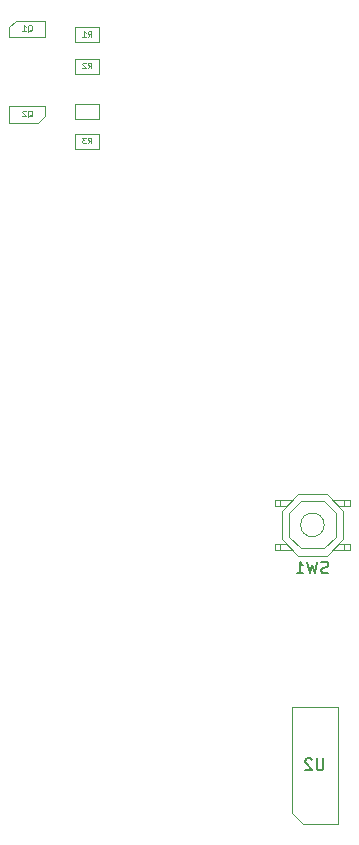
<source format=gbr>
G04 #@! TF.GenerationSoftware,KiCad,Pcbnew,(7.0.0-0)*
G04 #@! TF.CreationDate,2023-03-04T10:35:24+00:00*
G04 #@! TF.ProjectId,LeChiffre,4c654368-6966-4667-9265-2e6b69636164,rev?*
G04 #@! TF.SameCoordinates,Original*
G04 #@! TF.FileFunction,AssemblyDrawing,Bot*
%FSLAX46Y46*%
G04 Gerber Fmt 4.6, Leading zero omitted, Abs format (unit mm)*
G04 Created by KiCad (PCBNEW (7.0.0-0)) date 2023-03-04 10:35:24*
%MOMM*%
%LPD*%
G01*
G04 APERTURE LIST*
%ADD10C,0.150000*%
%ADD11C,0.080000*%
%ADD12C,0.075000*%
%ADD13C,0.100000*%
G04 APERTURE END LIST*
D10*
X146060604Y-101116984D02*
X145917747Y-101164603D01*
X145917747Y-101164603D02*
X145679652Y-101164603D01*
X145679652Y-101164603D02*
X145584414Y-101116984D01*
X145584414Y-101116984D02*
X145536795Y-101069365D01*
X145536795Y-101069365D02*
X145489176Y-100974127D01*
X145489176Y-100974127D02*
X145489176Y-100878889D01*
X145489176Y-100878889D02*
X145536795Y-100783651D01*
X145536795Y-100783651D02*
X145584414Y-100736032D01*
X145584414Y-100736032D02*
X145679652Y-100688413D01*
X145679652Y-100688413D02*
X145870128Y-100640794D01*
X145870128Y-100640794D02*
X145965366Y-100593175D01*
X145965366Y-100593175D02*
X146012985Y-100545556D01*
X146012985Y-100545556D02*
X146060604Y-100450318D01*
X146060604Y-100450318D02*
X146060604Y-100355080D01*
X146060604Y-100355080D02*
X146012985Y-100259842D01*
X146012985Y-100259842D02*
X145965366Y-100212223D01*
X145965366Y-100212223D02*
X145870128Y-100164603D01*
X145870128Y-100164603D02*
X145632033Y-100164603D01*
X145632033Y-100164603D02*
X145489176Y-100212223D01*
X145155842Y-100164603D02*
X144917747Y-101164603D01*
X144917747Y-101164603D02*
X144727271Y-100450318D01*
X144727271Y-100450318D02*
X144536795Y-101164603D01*
X144536795Y-101164603D02*
X144298700Y-100164603D01*
X143393938Y-101164603D02*
X143965366Y-101164603D01*
X143679652Y-101164603D02*
X143679652Y-100164603D01*
X143679652Y-100164603D02*
X143774890Y-100307461D01*
X143774890Y-100307461D02*
X143870128Y-100402699D01*
X143870128Y-100402699D02*
X143965366Y-100450318D01*
D11*
X125739050Y-55735944D02*
X125905716Y-55497849D01*
X126024764Y-55735944D02*
X126024764Y-55235944D01*
X126024764Y-55235944D02*
X125834288Y-55235944D01*
X125834288Y-55235944D02*
X125786669Y-55259754D01*
X125786669Y-55259754D02*
X125762859Y-55283563D01*
X125762859Y-55283563D02*
X125739050Y-55331182D01*
X125739050Y-55331182D02*
X125739050Y-55402611D01*
X125739050Y-55402611D02*
X125762859Y-55450230D01*
X125762859Y-55450230D02*
X125786669Y-55474039D01*
X125786669Y-55474039D02*
X125834288Y-55497849D01*
X125834288Y-55497849D02*
X126024764Y-55497849D01*
X125262859Y-55735944D02*
X125548573Y-55735944D01*
X125405716Y-55735944D02*
X125405716Y-55235944D01*
X125405716Y-55235944D02*
X125453335Y-55307373D01*
X125453335Y-55307373D02*
X125500954Y-55354992D01*
X125500954Y-55354992D02*
X125548573Y-55378801D01*
D10*
X145658940Y-116827257D02*
X145658940Y-117620590D01*
X145658940Y-117620590D02*
X145612274Y-117713924D01*
X145612274Y-117713924D02*
X145565607Y-117760590D01*
X145565607Y-117760590D02*
X145472274Y-117807257D01*
X145472274Y-117807257D02*
X145285607Y-117807257D01*
X145285607Y-117807257D02*
X145192274Y-117760590D01*
X145192274Y-117760590D02*
X145145607Y-117713924D01*
X145145607Y-117713924D02*
X145098940Y-117620590D01*
X145098940Y-117620590D02*
X145098940Y-116827257D01*
X144678940Y-116920590D02*
X144632273Y-116873924D01*
X144632273Y-116873924D02*
X144538940Y-116827257D01*
X144538940Y-116827257D02*
X144305607Y-116827257D01*
X144305607Y-116827257D02*
X144212273Y-116873924D01*
X144212273Y-116873924D02*
X144165607Y-116920590D01*
X144165607Y-116920590D02*
X144118940Y-117013924D01*
X144118940Y-117013924D02*
X144118940Y-117107257D01*
X144118940Y-117107257D02*
X144165607Y-117247257D01*
X144165607Y-117247257D02*
X144725607Y-117807257D01*
X144725607Y-117807257D02*
X144118940Y-117807257D01*
D12*
X120623336Y-62514563D02*
X120670955Y-62490754D01*
X120670955Y-62490754D02*
X120718574Y-62443134D01*
X120718574Y-62443134D02*
X120790002Y-62371706D01*
X120790002Y-62371706D02*
X120837621Y-62347896D01*
X120837621Y-62347896D02*
X120885240Y-62347896D01*
X120861431Y-62466944D02*
X120909050Y-62443134D01*
X120909050Y-62443134D02*
X120956669Y-62395515D01*
X120956669Y-62395515D02*
X120980478Y-62300277D01*
X120980478Y-62300277D02*
X120980478Y-62133611D01*
X120980478Y-62133611D02*
X120956669Y-62038373D01*
X120956669Y-62038373D02*
X120909050Y-61990754D01*
X120909050Y-61990754D02*
X120861431Y-61966944D01*
X120861431Y-61966944D02*
X120766193Y-61966944D01*
X120766193Y-61966944D02*
X120718574Y-61990754D01*
X120718574Y-61990754D02*
X120670955Y-62038373D01*
X120670955Y-62038373D02*
X120647145Y-62133611D01*
X120647145Y-62133611D02*
X120647145Y-62300277D01*
X120647145Y-62300277D02*
X120670955Y-62395515D01*
X120670955Y-62395515D02*
X120718574Y-62443134D01*
X120718574Y-62443134D02*
X120766193Y-62466944D01*
X120766193Y-62466944D02*
X120861431Y-62466944D01*
X120456668Y-62014563D02*
X120432859Y-61990754D01*
X120432859Y-61990754D02*
X120385240Y-61966944D01*
X120385240Y-61966944D02*
X120266192Y-61966944D01*
X120266192Y-61966944D02*
X120218573Y-61990754D01*
X120218573Y-61990754D02*
X120194764Y-62014563D01*
X120194764Y-62014563D02*
X120170954Y-62062182D01*
X120170954Y-62062182D02*
X120170954Y-62109801D01*
X120170954Y-62109801D02*
X120194764Y-62181230D01*
X120194764Y-62181230D02*
X120480478Y-62466944D01*
X120480478Y-62466944D02*
X120170954Y-62466944D01*
D11*
X125739050Y-64752944D02*
X125905716Y-64514849D01*
X126024764Y-64752944D02*
X126024764Y-64252944D01*
X126024764Y-64252944D02*
X125834288Y-64252944D01*
X125834288Y-64252944D02*
X125786669Y-64276754D01*
X125786669Y-64276754D02*
X125762859Y-64300563D01*
X125762859Y-64300563D02*
X125739050Y-64348182D01*
X125739050Y-64348182D02*
X125739050Y-64419611D01*
X125739050Y-64419611D02*
X125762859Y-64467230D01*
X125762859Y-64467230D02*
X125786669Y-64491039D01*
X125786669Y-64491039D02*
X125834288Y-64514849D01*
X125834288Y-64514849D02*
X126024764Y-64514849D01*
X125572383Y-64252944D02*
X125262859Y-64252944D01*
X125262859Y-64252944D02*
X125429526Y-64443420D01*
X125429526Y-64443420D02*
X125358097Y-64443420D01*
X125358097Y-64443420D02*
X125310478Y-64467230D01*
X125310478Y-64467230D02*
X125286669Y-64491039D01*
X125286669Y-64491039D02*
X125262859Y-64538658D01*
X125262859Y-64538658D02*
X125262859Y-64657706D01*
X125262859Y-64657706D02*
X125286669Y-64705325D01*
X125286669Y-64705325D02*
X125310478Y-64729134D01*
X125310478Y-64729134D02*
X125358097Y-64752944D01*
X125358097Y-64752944D02*
X125500954Y-64752944D01*
X125500954Y-64752944D02*
X125548573Y-64729134D01*
X125548573Y-64729134D02*
X125572383Y-64705325D01*
X125739050Y-58402944D02*
X125905716Y-58164849D01*
X126024764Y-58402944D02*
X126024764Y-57902944D01*
X126024764Y-57902944D02*
X125834288Y-57902944D01*
X125834288Y-57902944D02*
X125786669Y-57926754D01*
X125786669Y-57926754D02*
X125762859Y-57950563D01*
X125762859Y-57950563D02*
X125739050Y-57998182D01*
X125739050Y-57998182D02*
X125739050Y-58069611D01*
X125739050Y-58069611D02*
X125762859Y-58117230D01*
X125762859Y-58117230D02*
X125786669Y-58141039D01*
X125786669Y-58141039D02*
X125834288Y-58164849D01*
X125834288Y-58164849D02*
X126024764Y-58164849D01*
X125548573Y-57950563D02*
X125524764Y-57926754D01*
X125524764Y-57926754D02*
X125477145Y-57902944D01*
X125477145Y-57902944D02*
X125358097Y-57902944D01*
X125358097Y-57902944D02*
X125310478Y-57926754D01*
X125310478Y-57926754D02*
X125286669Y-57950563D01*
X125286669Y-57950563D02*
X125262859Y-57998182D01*
X125262859Y-57998182D02*
X125262859Y-58045801D01*
X125262859Y-58045801D02*
X125286669Y-58117230D01*
X125286669Y-58117230D02*
X125572383Y-58402944D01*
X125572383Y-58402944D02*
X125262859Y-58402944D01*
D12*
X120623336Y-55275563D02*
X120670955Y-55251754D01*
X120670955Y-55251754D02*
X120718574Y-55204134D01*
X120718574Y-55204134D02*
X120790002Y-55132706D01*
X120790002Y-55132706D02*
X120837621Y-55108896D01*
X120837621Y-55108896D02*
X120885240Y-55108896D01*
X120861431Y-55227944D02*
X120909050Y-55204134D01*
X120909050Y-55204134D02*
X120956669Y-55156515D01*
X120956669Y-55156515D02*
X120980478Y-55061277D01*
X120980478Y-55061277D02*
X120980478Y-54894611D01*
X120980478Y-54894611D02*
X120956669Y-54799373D01*
X120956669Y-54799373D02*
X120909050Y-54751754D01*
X120909050Y-54751754D02*
X120861431Y-54727944D01*
X120861431Y-54727944D02*
X120766193Y-54727944D01*
X120766193Y-54727944D02*
X120718574Y-54751754D01*
X120718574Y-54751754D02*
X120670955Y-54799373D01*
X120670955Y-54799373D02*
X120647145Y-54894611D01*
X120647145Y-54894611D02*
X120647145Y-55061277D01*
X120647145Y-55061277D02*
X120670955Y-55156515D01*
X120670955Y-55156515D02*
X120718574Y-55204134D01*
X120718574Y-55204134D02*
X120766193Y-55227944D01*
X120766193Y-55227944D02*
X120861431Y-55227944D01*
X120170954Y-55227944D02*
X120456668Y-55227944D01*
X120313811Y-55227944D02*
X120313811Y-54727944D01*
X120313811Y-54727944D02*
X120361430Y-54799373D01*
X120361430Y-54799373D02*
X120409049Y-54846992D01*
X120409049Y-54846992D02*
X120456668Y-54870801D01*
D13*
X141527272Y-94947223D02*
X141527272Y-95447223D01*
X141527272Y-95447223D02*
X142527272Y-95447223D01*
X141527272Y-98647223D02*
X142527272Y-98647223D01*
X141527272Y-99147223D02*
X141527272Y-98647223D01*
X142027272Y-94947223D02*
X142027272Y-95447223D01*
X142027272Y-99147223D02*
X142027272Y-98647223D01*
X142127272Y-95847223D02*
X143527272Y-94447223D01*
X142127272Y-98247223D02*
X142127272Y-95847223D01*
X142727272Y-96047223D02*
X142727272Y-98047223D01*
X142727272Y-98047223D02*
X143727272Y-99047223D01*
X143027272Y-94947223D02*
X141527272Y-94947223D01*
X143027272Y-99147223D02*
X141527272Y-99147223D01*
X143527272Y-94447223D02*
X145927272Y-94447223D01*
X143527272Y-99647223D02*
X142127272Y-98247223D01*
X143727272Y-95047223D02*
X142727272Y-96047223D01*
X143727272Y-99047223D02*
X145727272Y-99047223D01*
X145727272Y-95047223D02*
X143727272Y-95047223D01*
X145727272Y-99047223D02*
X146727272Y-98047223D01*
X145927272Y-94447223D02*
X147327272Y-95847223D01*
X145927272Y-99647223D02*
X143527272Y-99647223D01*
X146427272Y-94947223D02*
X147927272Y-94947223D01*
X146427272Y-99147223D02*
X147927272Y-99147223D01*
X146727272Y-96047223D02*
X145727272Y-95047223D01*
X146727272Y-98047223D02*
X146727272Y-96047223D01*
X147327272Y-95847223D02*
X147327272Y-98247223D01*
X147327272Y-98247223D02*
X145927272Y-99647223D01*
X147427272Y-94947223D02*
X147427272Y-95447223D01*
X147427272Y-99147223D02*
X147427272Y-98647223D01*
X147927272Y-94947223D02*
X147927272Y-95447223D01*
X147927272Y-95447223D02*
X146927272Y-95447223D01*
X147927272Y-98647223D02*
X146927272Y-98647223D01*
X147927272Y-99147223D02*
X147927272Y-98647223D01*
X145727272Y-97047223D02*
G75*
G03*
X145727272Y-97047223I-1000000J0D01*
G01*
X124655717Y-54927254D02*
X124655717Y-56177254D01*
X124655717Y-56177254D02*
X126655717Y-56177254D01*
X126655717Y-54927254D02*
X124655717Y-54927254D01*
X126655717Y-56177254D02*
X126655717Y-54927254D01*
X124655717Y-61404253D02*
X124655717Y-62654253D01*
X124655717Y-62654253D02*
X126655717Y-62654253D01*
X126655717Y-61404253D02*
X124655717Y-61404253D01*
X126655717Y-62654253D02*
X126655717Y-61404253D01*
X142962274Y-112497224D02*
X142962274Y-121422224D01*
X142962274Y-121422224D02*
X143937274Y-122397224D01*
X143937274Y-122397224D02*
X146862274Y-122397224D01*
X146862274Y-112497224D02*
X142962274Y-112497224D01*
X146862274Y-122397224D02*
X146862274Y-112497224D01*
X119055717Y-62983254D02*
X119055717Y-61583254D01*
X121525717Y-62983254D02*
X119075717Y-62983254D01*
X121525717Y-62983254D02*
X122095717Y-62433254D01*
X122095717Y-62433254D02*
X122095717Y-61583254D01*
X122095717Y-61583254D02*
X119055717Y-61583254D01*
X126655717Y-65194254D02*
X126655717Y-63944254D01*
X126655717Y-63944254D02*
X124655717Y-63944254D01*
X124655717Y-65194254D02*
X126655717Y-65194254D01*
X124655717Y-63944254D02*
X124655717Y-65194254D01*
X126655717Y-58844254D02*
X126655717Y-57594254D01*
X126655717Y-57594254D02*
X124655717Y-57594254D01*
X124655717Y-58844254D02*
X126655717Y-58844254D01*
X124655717Y-57594254D02*
X124655717Y-58844254D01*
X122095717Y-54344254D02*
X122095717Y-55744254D01*
X119625717Y-54344254D02*
X122075717Y-54344254D01*
X119625717Y-54344254D02*
X119055717Y-54894254D01*
X119055717Y-54894254D02*
X119055717Y-55744254D01*
X119055717Y-55744254D02*
X122095717Y-55744254D01*
M02*

</source>
